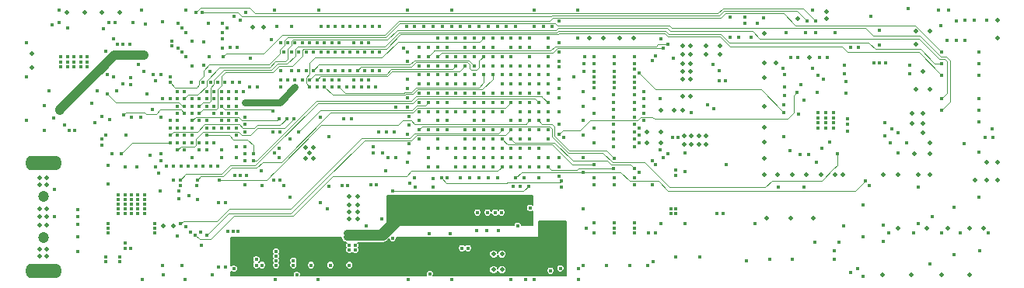
<source format=gbr>
G04 (created by PCBNEW (2013-07-07 BZR 4022)-stable) date 27/11/2015 23:20:48*
%MOIN*%
G04 Gerber Fmt 3.4, Leading zero omitted, Abs format*
%FSLAX34Y34*%
G01*
G70*
G90*
G04 APERTURE LIST*
%ADD10C,0.00590551*%
%ADD11C,0.019685*%
%ADD12C,0.0472441*%
%ADD13O,0.15748X0.0629921*%
%ADD14C,0.015748*%
%ADD15C,0.0314961*%
%ADD16C,0.015748*%
%ADD17C,0.00393701*%
%ADD18C,0.0393701*%
G04 APERTURE END LIST*
G54D10*
G54D11*
X62539Y-59232D03*
X62893Y-59232D03*
X62893Y-58562D03*
X62539Y-58562D03*
X56358Y-56082D03*
X56712Y-56082D03*
X56712Y-56437D03*
X56358Y-56437D03*
X56358Y-56751D03*
X56712Y-56751D03*
X56712Y-57066D03*
X56358Y-57066D03*
X70629Y-52381D03*
X70275Y-52381D03*
X69704Y-52381D03*
X71653Y-53838D03*
X71653Y-53484D03*
X70708Y-53838D03*
X70708Y-53484D03*
X71023Y-53484D03*
X71338Y-53484D03*
X71338Y-53838D03*
X71023Y-53838D03*
X69704Y-53307D03*
X69704Y-53779D03*
X70629Y-51771D03*
X70984Y-51771D03*
X71653Y-49606D03*
X72244Y-49606D03*
X70629Y-49606D03*
X70984Y-49606D03*
X70984Y-50000D03*
X70629Y-50000D03*
X70984Y-50728D03*
X70629Y-50728D03*
X70984Y-51062D03*
X70629Y-51062D03*
X83188Y-55393D03*
X83661Y-55393D03*
X83661Y-54606D03*
X42736Y-50551D03*
X42736Y-49940D03*
X46496Y-48188D03*
X45748Y-48188D03*
X44251Y-48188D03*
X45000Y-48188D03*
X52677Y-48818D03*
X52204Y-48818D03*
X48818Y-57362D03*
X48385Y-57362D03*
X79881Y-57440D03*
X76259Y-57007D03*
X75275Y-57007D03*
X74251Y-57007D03*
X69114Y-53779D03*
X69114Y-53307D03*
X67952Y-49271D03*
X68543Y-49271D03*
X67244Y-49271D03*
X66653Y-49271D03*
X80472Y-52952D03*
X80472Y-52519D03*
X76062Y-50118D03*
X74645Y-50354D03*
X84133Y-54606D03*
X84133Y-55393D03*
X84133Y-49291D03*
X84133Y-48503D03*
X76811Y-48149D03*
X80629Y-48996D03*
X80629Y-49566D03*
X80944Y-52952D03*
X80944Y-53346D03*
X81259Y-48996D03*
X80944Y-50708D03*
X80629Y-51496D03*
X81259Y-51496D03*
X80944Y-52519D03*
X81259Y-53779D03*
X80590Y-54251D03*
X81259Y-54251D03*
X79251Y-55157D03*
X79881Y-55157D03*
X76811Y-48464D03*
X75590Y-48464D03*
X74133Y-49094D03*
X74133Y-50354D03*
X74133Y-54448D03*
X43070Y-58346D03*
X43385Y-58346D03*
X43385Y-58661D03*
X43070Y-58661D03*
X43385Y-57322D03*
X43070Y-57322D03*
X43070Y-56614D03*
X43385Y-56614D03*
X43385Y-56968D03*
X43070Y-56968D03*
X43070Y-55590D03*
X43385Y-55590D03*
X43385Y-55275D03*
X43070Y-55275D03*
X81102Y-57440D03*
X82007Y-57440D03*
X82952Y-57440D03*
X83543Y-57440D03*
X82952Y-59448D03*
X81732Y-59448D03*
X79212Y-59448D03*
X80433Y-59448D03*
X72244Y-50000D03*
X71653Y-50000D03*
X70629Y-50393D03*
X70984Y-50393D03*
X80748Y-55157D03*
X81259Y-55157D03*
X74133Y-50984D03*
X74133Y-52224D03*
X74133Y-53110D03*
X74133Y-53740D03*
X77500Y-55157D03*
X77165Y-55157D03*
X76574Y-55157D03*
X75354Y-55157D03*
X75944Y-55157D03*
X74724Y-55157D03*
X54468Y-54448D03*
X54468Y-53976D03*
X54822Y-53976D03*
X54822Y-54448D03*
X54645Y-54212D03*
G54D12*
X43228Y-56082D03*
G54D13*
X43228Y-54665D03*
X43228Y-59271D03*
G54D12*
X43228Y-57854D03*
G54D11*
X74133Y-55157D03*
G54D14*
X67716Y-51181D03*
X66850Y-51181D03*
X68582Y-51181D03*
X70354Y-55196D03*
X70354Y-54960D03*
X57283Y-55570D03*
X57519Y-55570D03*
X53149Y-54212D03*
X55757Y-50679D03*
X55757Y-49891D03*
X55472Y-53503D03*
X55600Y-51387D03*
X57017Y-50679D03*
X53238Y-48789D03*
X54970Y-51387D03*
X54025Y-51387D03*
X57017Y-49891D03*
X55127Y-48789D03*
X56230Y-51387D03*
X55757Y-48789D03*
X56860Y-51387D03*
X57017Y-48789D03*
X57490Y-51387D03*
X57647Y-48789D03*
X56387Y-48789D03*
X59744Y-50472D03*
X51870Y-52047D03*
X59744Y-52440D03*
X59744Y-53228D03*
X50708Y-51200D03*
X59744Y-51259D03*
X65059Y-48799D03*
X62500Y-49685D03*
X63681Y-49685D03*
X60137Y-49685D03*
X61318Y-49685D03*
X59153Y-48799D03*
X75000Y-51397D03*
X76614Y-54015D03*
X55098Y-56358D03*
X55393Y-56633D03*
X51141Y-57598D03*
X51377Y-57598D03*
X63366Y-55649D03*
X65354Y-55216D03*
X51543Y-49692D03*
X52598Y-55629D03*
X51574Y-57598D03*
X60137Y-54015D03*
X62893Y-54409D03*
X63681Y-54015D03*
X59153Y-55295D03*
X64468Y-50472D03*
X53818Y-53622D03*
X45748Y-52657D03*
X64468Y-52440D03*
X61712Y-54409D03*
X49035Y-56200D03*
X49606Y-49409D03*
X49606Y-50492D03*
X64468Y-51259D03*
X64468Y-53228D03*
X76417Y-51633D03*
X75610Y-52559D03*
X61811Y-57559D03*
X70354Y-56830D03*
X56358Y-58385D03*
X56594Y-58385D03*
X56594Y-58188D03*
X56358Y-58188D03*
X71988Y-52303D03*
X83326Y-54173D03*
X71712Y-52165D03*
X72460Y-51122D03*
X72224Y-51122D03*
X70354Y-56614D03*
X70157Y-56614D03*
X70157Y-56830D03*
X64980Y-57637D03*
X51397Y-58149D03*
X65196Y-57637D03*
X75905Y-49055D03*
X76338Y-49055D03*
X51397Y-57933D03*
X64980Y-57421D03*
X64685Y-57283D03*
X51397Y-58366D03*
X44153Y-53031D03*
X44350Y-53248D03*
X46968Y-58307D03*
X44566Y-53248D03*
X46751Y-58307D03*
X46751Y-58070D03*
X56240Y-57637D03*
X56240Y-57834D03*
X64094Y-56830D03*
X64094Y-57066D03*
X48346Y-51889D03*
X44724Y-56653D03*
X44724Y-57283D03*
X48661Y-51889D03*
X58937Y-55511D03*
X49133Y-54783D03*
X50905Y-49311D03*
X50236Y-54094D03*
X72677Y-49251D03*
X51692Y-48503D03*
X50866Y-54409D03*
X73031Y-49251D03*
X51417Y-48346D03*
X50551Y-53779D03*
X73582Y-49251D03*
X51909Y-48169D03*
X51496Y-54409D03*
X60137Y-52047D03*
X57618Y-53307D03*
X60531Y-52047D03*
X57952Y-53307D03*
X60531Y-52440D03*
X58287Y-53307D03*
X49291Y-52204D03*
X45984Y-51673D03*
X45748Y-53877D03*
X44724Y-58464D03*
X45748Y-53622D03*
X44724Y-57834D03*
X75000Y-51751D03*
X75708Y-51279D03*
X76043Y-54271D03*
X81259Y-58976D03*
X81968Y-49370D03*
X61181Y-58307D03*
X61318Y-53622D03*
X61437Y-58307D03*
X82263Y-58582D03*
X82362Y-49370D03*
X61712Y-53622D03*
X75846Y-55669D03*
X62696Y-55295D03*
X76299Y-58051D03*
X62106Y-54409D03*
X60137Y-54803D03*
X67381Y-59055D03*
X69389Y-58877D03*
X60925Y-54015D03*
X69724Y-57244D03*
X60531Y-55295D03*
X70334Y-58700D03*
X60925Y-54803D03*
X71377Y-58700D03*
X61122Y-55295D03*
X61318Y-54803D03*
X72125Y-56830D03*
X61515Y-55295D03*
X72381Y-56830D03*
X74744Y-55669D03*
X62106Y-54803D03*
X79251Y-57322D03*
X62500Y-54015D03*
X80551Y-57637D03*
X61318Y-53228D03*
X81358Y-56948D03*
X62500Y-53622D03*
X81751Y-57637D03*
X62106Y-53622D03*
X62500Y-53228D03*
X82263Y-56535D03*
X83346Y-56102D03*
X62106Y-53228D03*
X61712Y-53228D03*
X82559Y-57637D03*
X78366Y-57834D03*
X62500Y-54803D03*
X62106Y-54015D03*
X79468Y-57637D03*
X62500Y-54409D03*
X77559Y-57362D03*
X77342Y-58051D03*
X61318Y-54015D03*
X74370Y-58779D03*
X61909Y-55295D03*
X73385Y-58858D03*
X61712Y-54803D03*
X69192Y-57637D03*
X60688Y-57677D03*
X61318Y-54409D03*
X75354Y-58779D03*
X62303Y-55295D03*
X64094Y-56574D03*
X63287Y-54409D03*
X66515Y-57440D03*
X63681Y-50866D03*
X60531Y-52834D03*
X63287Y-51259D03*
X63681Y-50472D03*
X60137Y-53622D03*
X54025Y-51072D03*
X61318Y-51259D03*
X54183Y-49891D03*
X62303Y-48799D03*
X63090Y-48799D03*
X54025Y-49498D03*
X53405Y-50679D03*
X60137Y-49291D03*
X59940Y-48799D03*
X53001Y-49340D03*
X61712Y-50866D03*
X54183Y-50679D03*
X53710Y-49498D03*
X61515Y-48799D03*
X53710Y-51072D03*
X64074Y-50078D03*
X53868Y-49891D03*
X61909Y-48799D03*
X53868Y-50679D03*
X61712Y-51259D03*
X59547Y-48799D03*
X53395Y-49498D03*
X59744Y-49685D03*
X53395Y-51072D03*
X61122Y-48799D03*
X53553Y-49891D03*
X63484Y-48799D03*
X54340Y-49498D03*
X64271Y-48799D03*
X54498Y-49891D03*
X64665Y-48799D03*
X54655Y-49498D03*
X54655Y-51072D03*
X60925Y-50472D03*
X61318Y-50472D03*
X54970Y-51072D03*
X55600Y-51072D03*
X62893Y-50472D03*
X62893Y-49291D03*
X55600Y-49498D03*
X56702Y-50679D03*
X62106Y-50078D03*
X56702Y-49891D03*
X60531Y-49291D03*
X56702Y-48789D03*
X60728Y-48799D03*
X61712Y-50078D03*
X56545Y-51387D03*
X60334Y-48799D03*
X57332Y-48789D03*
X62106Y-49685D03*
X57175Y-51387D03*
X63287Y-50078D03*
X55442Y-50679D03*
X55442Y-49891D03*
X62500Y-49291D03*
X63287Y-49291D03*
X55442Y-48789D03*
X62500Y-50866D03*
X55285Y-51387D03*
X56072Y-48789D03*
X64074Y-49291D03*
X62106Y-50866D03*
X55915Y-51387D03*
X60925Y-49291D03*
X56860Y-51072D03*
X61318Y-49291D03*
X56860Y-49498D03*
X56072Y-49891D03*
X64074Y-49685D03*
X62500Y-50472D03*
X56072Y-50679D03*
X62106Y-49291D03*
X54655Y-51387D03*
X57332Y-49891D03*
X62106Y-50472D03*
X62696Y-48799D03*
X57332Y-50679D03*
X60925Y-50866D03*
X54498Y-50679D03*
X61318Y-50866D03*
X54340Y-51072D03*
X61712Y-50472D03*
X54812Y-50679D03*
X61712Y-49291D03*
X54812Y-49891D03*
X66377Y-54409D03*
X63287Y-54015D03*
X65354Y-51062D03*
X67677Y-52047D03*
X66850Y-51889D03*
X64862Y-50866D03*
X66377Y-51574D03*
X64074Y-50866D03*
X67677Y-52677D03*
X65354Y-51850D03*
X65354Y-49881D03*
X68976Y-51574D03*
X65354Y-51456D03*
X66377Y-52204D03*
X67677Y-52362D03*
X63681Y-51259D03*
X67677Y-51732D03*
X63287Y-50866D03*
X68582Y-51732D03*
X64862Y-49685D03*
X65354Y-49488D03*
X68976Y-51889D03*
X62893Y-51259D03*
X66850Y-52519D03*
X64862Y-50078D03*
X68582Y-52047D03*
X66850Y-53779D03*
X64074Y-53622D03*
X68582Y-53937D03*
X63287Y-54803D03*
X64862Y-51653D03*
X66377Y-52834D03*
X64862Y-52440D03*
X67677Y-52992D03*
X67677Y-53937D03*
X64074Y-54015D03*
X65354Y-54803D03*
X68779Y-53779D03*
X64862Y-52834D03*
X66377Y-53464D03*
X67677Y-53622D03*
X63681Y-53228D03*
X67677Y-53307D03*
X65354Y-52992D03*
X64468Y-54409D03*
X68582Y-53622D03*
X65354Y-52440D03*
X66850Y-53149D03*
X65354Y-54409D03*
X68779Y-53464D03*
X63287Y-51653D03*
X68976Y-52519D03*
X64468Y-54015D03*
X68779Y-53149D03*
X68582Y-52362D03*
X64862Y-51259D03*
X68582Y-52992D03*
X64862Y-53622D03*
X59350Y-53228D03*
X77263Y-54251D03*
X54192Y-53307D03*
X59744Y-52047D03*
X79340Y-50364D03*
X63681Y-54803D03*
X79251Y-58011D03*
X49094Y-55374D03*
X64468Y-52047D03*
X52244Y-54566D03*
X64862Y-52047D03*
X64862Y-54803D03*
X67677Y-54881D03*
X63287Y-52047D03*
X49842Y-55374D03*
X50777Y-55393D03*
X64074Y-52834D03*
X63287Y-53622D03*
X68582Y-54881D03*
X78464Y-55433D03*
X78828Y-50364D03*
X66377Y-55039D03*
X63484Y-55295D03*
X79084Y-50364D03*
X78641Y-55610D03*
X66850Y-54724D03*
X62893Y-53622D03*
X49606Y-53464D03*
X53385Y-53307D03*
X51496Y-52204D03*
X59350Y-51259D03*
X51496Y-52519D03*
X59350Y-51653D03*
X51496Y-53149D03*
X58858Y-51850D03*
X60137Y-51653D03*
X51181Y-53149D03*
X50866Y-53149D03*
X59350Y-52440D03*
X51181Y-52519D03*
X60137Y-52834D03*
X50866Y-52519D03*
X59350Y-53622D03*
X50551Y-52519D03*
X58858Y-54606D03*
X50236Y-53149D03*
X59350Y-52834D03*
X51496Y-52834D03*
X59744Y-51653D03*
X53090Y-52421D03*
X60531Y-51653D03*
X50866Y-52204D03*
X50551Y-53149D03*
X58897Y-52637D03*
X50866Y-52834D03*
X58897Y-54212D03*
X49448Y-54783D03*
X49291Y-53779D03*
X51889Y-55590D03*
X50236Y-51574D03*
X58858Y-49881D03*
X50236Y-51889D03*
X58681Y-49724D03*
X51338Y-51200D03*
X60531Y-50472D03*
X51811Y-51574D03*
X59350Y-50866D03*
X60137Y-50866D03*
X51496Y-51574D03*
X51496Y-51889D03*
X60531Y-50866D03*
X51181Y-52204D03*
X58858Y-51456D03*
X50551Y-52204D03*
X60925Y-52440D03*
X49921Y-52834D03*
X58897Y-53031D03*
X60531Y-50078D03*
X50551Y-51574D03*
X50551Y-51889D03*
X60925Y-51259D03*
X60925Y-51653D03*
X50236Y-52204D03*
X59350Y-50078D03*
X50866Y-51574D03*
X60531Y-51259D03*
X50866Y-51889D03*
X58858Y-50275D03*
X51181Y-51574D03*
X51181Y-51889D03*
X58858Y-51062D03*
X64074Y-54803D03*
X51948Y-55177D03*
X63838Y-55295D03*
X51692Y-55177D03*
X50866Y-54094D03*
X63681Y-53622D03*
X57381Y-54232D03*
X58208Y-55866D03*
X64035Y-55649D03*
X51437Y-55177D03*
X62598Y-56771D03*
X49763Y-54783D03*
X49606Y-54409D03*
X49606Y-53779D03*
X51181Y-52834D03*
X58897Y-53818D03*
X50354Y-50098D03*
X63287Y-53228D03*
X50255Y-57736D03*
X50905Y-49035D03*
X49291Y-54094D03*
X62893Y-53228D03*
X48996Y-49704D03*
X48996Y-48641D03*
X49291Y-53149D03*
X49114Y-57263D03*
X49744Y-57736D03*
X49291Y-53464D03*
X49173Y-49901D03*
X49173Y-48838D03*
X62893Y-54803D03*
X49291Y-51574D03*
X49921Y-53779D03*
X50078Y-54783D03*
X49822Y-55629D03*
X49094Y-55629D03*
X48818Y-54783D03*
X48326Y-48582D03*
X48740Y-49606D03*
X48740Y-49409D03*
X51023Y-51200D03*
X50078Y-51200D03*
X48976Y-51574D03*
X46003Y-54763D03*
X51870Y-53307D03*
X51870Y-52677D03*
X50708Y-54783D03*
X49921Y-51889D03*
X48976Y-53779D03*
X62874Y-56771D03*
X62283Y-56771D03*
X61850Y-56771D03*
X67716Y-50393D03*
X66850Y-57224D03*
X67716Y-57224D03*
X67716Y-57440D03*
X68582Y-57440D03*
X68582Y-57224D03*
X66377Y-56614D03*
X68582Y-55590D03*
X68582Y-57657D03*
X67716Y-57657D03*
X66850Y-57657D03*
X66850Y-50078D03*
X67716Y-55590D03*
X68582Y-55275D03*
X67716Y-55275D03*
X68582Y-51417D03*
X67716Y-51417D03*
X66850Y-51417D03*
X67716Y-50708D03*
X67716Y-50944D03*
X68582Y-50944D03*
X66850Y-50944D03*
X68582Y-50629D03*
X66850Y-50708D03*
X68582Y-50078D03*
X67716Y-50078D03*
X66850Y-55275D03*
X68582Y-50393D03*
X66850Y-50393D03*
X66850Y-55590D03*
X62755Y-57559D03*
X62244Y-57559D03*
X63267Y-59645D03*
X63897Y-59645D03*
X55472Y-55649D03*
X56043Y-55610D03*
X56279Y-55610D03*
X57086Y-57342D03*
X58208Y-57874D03*
X57755Y-57066D03*
X55531Y-59035D03*
X56358Y-59035D03*
X54704Y-59035D03*
X72500Y-54724D03*
X71023Y-52480D03*
X70728Y-54212D03*
X70748Y-55019D03*
X69685Y-51889D03*
X72224Y-50688D03*
X71929Y-50433D03*
X70255Y-50137D03*
X59744Y-50866D03*
X66161Y-59645D03*
X66161Y-59173D03*
X47066Y-48602D03*
X75000Y-50846D03*
X75846Y-51968D03*
X76377Y-54625D03*
X60137Y-53228D03*
X75688Y-54271D03*
X80314Y-48031D03*
X74114Y-48425D03*
X64468Y-51653D03*
X66141Y-49271D03*
X66456Y-50078D03*
X66417Y-50393D03*
X56437Y-52736D03*
X63287Y-50472D03*
X59744Y-54803D03*
X59940Y-55334D03*
X61712Y-52834D03*
X57775Y-54232D03*
X58011Y-54409D03*
X58326Y-54409D03*
X49330Y-48070D03*
X49566Y-51200D03*
X49606Y-53149D03*
X64468Y-55275D03*
X76761Y-52923D03*
X77096Y-52923D03*
X76427Y-52923D03*
X76427Y-53139D03*
X77096Y-53139D03*
X76761Y-53139D03*
X76761Y-52470D03*
X77096Y-52470D03*
X76427Y-52470D03*
X76427Y-52706D03*
X77096Y-52706D03*
X76761Y-52706D03*
X83661Y-48503D03*
X82716Y-53818D03*
X83326Y-52874D03*
X83326Y-52381D03*
X83917Y-53188D03*
X76220Y-48070D03*
X82027Y-48070D03*
X81594Y-48070D03*
X78700Y-48366D03*
X74990Y-52135D03*
X74950Y-50580D03*
X76210Y-50580D03*
X75246Y-54124D03*
X76958Y-53750D03*
X75580Y-50103D03*
X75265Y-50103D03*
X76525Y-50103D03*
X76840Y-50103D03*
X76663Y-51053D03*
X75068Y-49064D03*
X77175Y-49064D03*
X76427Y-50895D03*
X77627Y-51643D03*
X77627Y-51151D03*
X77568Y-50462D03*
X77568Y-50816D03*
X77844Y-49675D03*
X78179Y-49675D03*
X79084Y-49576D03*
X79084Y-48946D03*
X79616Y-53198D03*
X79301Y-52903D03*
X79301Y-53474D03*
X79891Y-53356D03*
X80246Y-53789D03*
X79537Y-53789D03*
X79891Y-54202D03*
X80364Y-50462D03*
X80364Y-50816D03*
X62893Y-54015D03*
X43700Y-56968D03*
X51397Y-59192D03*
X63681Y-55649D03*
X70748Y-57244D03*
X69133Y-59055D03*
X68366Y-59055D03*
X69724Y-49311D03*
X43700Y-55787D03*
X44724Y-56968D03*
X73307Y-48385D03*
X48385Y-59448D03*
X47460Y-59645D03*
X49311Y-59645D03*
X54094Y-59448D03*
X53169Y-59645D03*
X55019Y-59645D03*
X59803Y-59429D03*
X58877Y-59645D03*
X60728Y-59645D03*
X64291Y-59645D03*
X65433Y-55688D03*
X65964Y-50964D03*
X66141Y-48070D03*
X64271Y-48070D03*
X60748Y-48070D03*
X58858Y-48070D03*
X55039Y-48070D03*
X53149Y-48070D03*
X47440Y-48070D03*
X42500Y-52834D03*
X42500Y-50944D03*
X42500Y-49488D03*
X43897Y-48070D03*
X64980Y-59271D03*
X70433Y-53543D03*
X70216Y-53543D03*
X69350Y-55590D03*
X64468Y-54803D03*
X63681Y-52440D03*
X65354Y-50511D03*
X60137Y-51259D03*
X59350Y-49685D03*
X64074Y-53228D03*
X62106Y-51653D03*
X61712Y-51653D03*
X62500Y-50078D03*
X50905Y-48641D03*
X73759Y-57244D03*
X80748Y-55669D03*
X80748Y-57244D03*
X44842Y-50098D03*
X44842Y-50531D03*
X44842Y-50314D03*
X44271Y-50098D03*
X44271Y-50531D03*
X44271Y-50314D03*
X44547Y-50098D03*
X44547Y-50531D03*
X44547Y-50314D03*
X45118Y-50098D03*
X45118Y-50531D03*
X45118Y-50314D03*
X43976Y-50314D03*
X43976Y-50531D03*
X43976Y-50098D03*
X53208Y-58444D03*
X49330Y-57401D03*
X49547Y-57618D03*
X48011Y-57657D03*
X48011Y-57460D03*
X48976Y-57795D03*
X48011Y-57263D03*
X47283Y-56023D03*
X47283Y-56830D03*
X47283Y-56417D03*
X47283Y-56220D03*
X47283Y-56633D03*
X46732Y-56023D03*
X46732Y-56830D03*
X46732Y-56417D03*
X46732Y-56220D03*
X46732Y-56633D03*
X47578Y-56633D03*
X47578Y-56220D03*
X47578Y-56417D03*
X47578Y-56830D03*
X47578Y-56023D03*
X47007Y-56023D03*
X47007Y-56830D03*
X47007Y-56417D03*
X47007Y-56220D03*
X47007Y-56633D03*
X46437Y-56633D03*
X46437Y-56220D03*
X46437Y-56417D03*
X46437Y-56830D03*
X46437Y-56023D03*
X77145Y-58779D03*
X77145Y-58425D03*
X78366Y-56456D03*
X83366Y-58425D03*
X60137Y-50472D03*
X61712Y-54015D03*
X63681Y-54409D03*
X83759Y-57657D03*
X50314Y-48641D03*
X58858Y-53425D03*
X62893Y-50866D03*
X64862Y-50472D03*
X55127Y-49891D03*
X56545Y-51072D03*
X55915Y-49498D03*
X56387Y-49891D03*
X46299Y-48602D03*
X51043Y-59133D03*
X50728Y-59133D03*
X52362Y-58779D03*
X53208Y-59035D03*
X53956Y-58838D03*
X53956Y-59035D03*
X53208Y-58838D03*
X53208Y-58641D03*
X58858Y-52244D03*
X51496Y-53464D03*
X50374Y-50708D03*
X51870Y-54566D03*
X46181Y-54251D03*
X46062Y-52795D03*
X64862Y-53228D03*
X64074Y-52440D03*
X55098Y-52696D03*
X56102Y-52736D03*
X53110Y-55393D03*
X53543Y-55629D03*
X53818Y-56102D03*
X51043Y-56338D03*
X50728Y-56338D03*
X59350Y-52047D03*
X65334Y-48562D03*
X61318Y-51653D03*
X64074Y-50472D03*
X46377Y-51555D03*
X47539Y-50728D03*
X46259Y-50944D03*
X58799Y-48789D03*
X55285Y-49498D03*
X56387Y-50679D03*
X55127Y-50679D03*
X55285Y-51072D03*
X55915Y-51072D03*
X57175Y-51072D03*
X57175Y-49498D03*
X57647Y-50679D03*
X57647Y-49891D03*
X53868Y-48789D03*
X56545Y-49498D03*
X53395Y-51387D03*
X59350Y-50472D03*
X60531Y-49685D03*
X63287Y-49685D03*
X63681Y-49291D03*
X60137Y-52440D03*
X60531Y-54015D03*
X60531Y-53228D03*
X62106Y-52834D03*
X62500Y-52047D03*
X62106Y-52047D03*
X61712Y-52047D03*
X61318Y-52047D03*
X49842Y-56220D03*
X48661Y-50944D03*
X47618Y-48700D03*
X51653Y-51200D03*
X51870Y-53937D03*
X51870Y-52992D03*
X49606Y-52519D03*
X48051Y-51102D03*
X47677Y-51673D03*
X45433Y-52933D03*
X48976Y-52204D03*
X47007Y-52677D03*
X48031Y-54822D03*
X47401Y-52677D03*
X48503Y-54783D03*
X48169Y-55098D03*
X48818Y-55393D03*
X50393Y-54783D03*
X51496Y-53937D03*
X52086Y-51397D03*
X52401Y-51397D03*
X49960Y-57618D03*
X47952Y-50866D03*
X48267Y-50866D03*
X46043Y-48602D03*
X45807Y-48897D03*
X43681Y-52716D03*
X43267Y-53248D03*
X43267Y-52185D03*
X45551Y-51535D03*
X45295Y-52086D03*
X47795Y-54330D03*
X48287Y-54566D03*
X45984Y-50866D03*
X46633Y-51259D03*
X47303Y-50413D03*
X46791Y-53444D03*
X45925Y-53444D03*
X50098Y-49468D03*
X50098Y-50452D03*
X50905Y-49704D03*
X53090Y-53307D03*
X48976Y-51889D03*
X48976Y-52519D03*
X49921Y-54094D03*
X51870Y-54251D03*
X50393Y-51200D03*
X64862Y-49291D03*
X43917Y-48602D03*
X49468Y-56062D03*
X49035Y-55866D03*
X48346Y-59055D03*
X49173Y-59055D03*
X64074Y-51259D03*
X61318Y-50078D03*
X69488Y-54724D03*
X61712Y-49685D03*
X69488Y-50039D03*
X69330Y-50236D03*
X69330Y-54566D03*
X64468Y-50866D03*
X69822Y-54409D03*
X69822Y-49724D03*
X60137Y-50078D03*
X70019Y-54251D03*
X70019Y-49547D03*
X59744Y-50078D03*
X78149Y-59173D03*
X59744Y-54409D03*
X66377Y-59055D03*
X76338Y-48543D03*
X77706Y-53001D03*
X49783Y-48169D03*
X49606Y-52204D03*
X77854Y-59350D03*
X59744Y-54015D03*
X65393Y-59173D03*
X75984Y-48543D03*
X77706Y-53277D03*
X50039Y-48169D03*
X49606Y-51889D03*
X62500Y-51653D03*
X82755Y-49370D03*
X65354Y-50275D03*
X68976Y-52204D03*
X64862Y-54409D03*
X68582Y-53307D03*
X48661Y-53779D03*
X46574Y-54251D03*
X49606Y-52834D03*
X53346Y-52755D03*
X53661Y-52755D03*
X48661Y-53464D03*
X52578Y-54980D03*
X48976Y-53464D03*
X50236Y-53464D03*
X52244Y-54251D03*
X73307Y-48661D03*
X49350Y-49035D03*
X51102Y-48838D03*
X49291Y-52519D03*
X46673Y-52578D03*
X72677Y-48385D03*
X73858Y-48661D03*
X51259Y-49685D03*
X49350Y-50098D03*
X53385Y-55393D03*
X59173Y-55688D03*
X52125Y-50137D03*
X47539Y-50019D03*
X43937Y-52401D03*
X53976Y-52755D03*
X48976Y-54094D03*
X48287Y-52677D03*
X48661Y-53149D03*
X48287Y-54251D03*
X47893Y-52362D03*
X48661Y-52834D03*
X82755Y-48503D03*
X82362Y-48543D03*
X81712Y-48740D03*
X53346Y-54015D03*
X53346Y-54409D03*
X43484Y-51535D03*
X44291Y-48858D03*
X45925Y-49842D03*
X46023Y-55551D03*
X47244Y-54803D03*
X46751Y-54803D03*
X48248Y-55866D03*
X46023Y-57263D03*
X46023Y-57657D03*
X46023Y-57460D03*
X50000Y-58188D03*
X45905Y-58700D03*
X52362Y-59035D03*
X52598Y-59035D03*
X46496Y-58700D03*
X45905Y-58897D03*
X46496Y-58897D03*
X83149Y-48503D03*
X75531Y-51633D03*
X65354Y-53425D03*
X46968Y-50984D03*
X48976Y-52834D03*
X48976Y-53149D03*
X46968Y-51299D03*
X67716Y-54468D03*
X64468Y-52834D03*
X74990Y-52490D03*
X68779Y-50787D03*
X59940Y-55688D03*
X59763Y-57677D03*
X69468Y-57637D03*
X69665Y-54094D03*
X78385Y-59527D03*
X77706Y-52746D03*
X50236Y-53779D03*
X50472Y-59448D03*
X83326Y-50885D03*
X83937Y-53562D03*
X64074Y-52047D03*
X81751Y-49881D03*
X50944Y-50098D03*
X50236Y-52834D03*
X83326Y-51889D03*
X83602Y-53562D03*
X63681Y-52047D03*
X81751Y-50885D03*
X49921Y-52519D03*
X64074Y-51653D03*
X83326Y-49881D03*
X81751Y-51870D03*
X49291Y-51889D03*
X83326Y-50374D03*
X63681Y-51653D03*
X81751Y-50374D03*
X49921Y-52204D03*
X48661Y-51200D03*
X81751Y-52381D03*
X68582Y-52677D03*
X63681Y-52834D03*
X63287Y-52834D03*
X68976Y-52834D03*
X74990Y-53513D03*
X68779Y-55039D03*
X65433Y-55433D03*
X60295Y-55295D03*
X65551Y-53543D03*
X58326Y-52244D03*
X57893Y-54980D03*
X62893Y-52440D03*
X62500Y-52440D03*
X62106Y-52440D03*
X61712Y-52440D03*
X61318Y-52440D03*
X62893Y-52047D03*
X62893Y-51653D03*
X46948Y-49566D03*
X46653Y-49566D03*
X46417Y-49566D03*
X46259Y-49311D03*
X43602Y-48720D03*
X63562Y-57342D03*
X66397Y-50708D03*
X60925Y-54409D03*
X57381Y-53956D03*
X62893Y-50078D03*
X60925Y-50078D03*
X54970Y-49498D03*
G54D15*
X54025Y-51387D02*
X53366Y-52047D01*
X53366Y-52047D02*
X51870Y-52047D01*
G54D16*
X56712Y-58622D02*
X58641Y-58622D01*
X58641Y-58622D02*
X59251Y-58011D01*
X64606Y-58011D02*
X59251Y-58011D01*
X64606Y-58011D02*
X64980Y-57637D01*
X52814Y-58149D02*
X53425Y-58149D01*
X51397Y-58149D02*
X52814Y-58149D01*
X53425Y-58149D02*
X53897Y-58622D01*
X53897Y-58622D02*
X56712Y-58622D01*
X64094Y-56830D02*
X63661Y-56830D01*
X59153Y-56318D02*
X58897Y-56574D01*
X63149Y-56318D02*
X59153Y-56318D01*
X63661Y-56830D02*
X63149Y-56318D01*
G54D15*
X56240Y-57637D02*
X57677Y-57637D01*
X57677Y-57637D02*
X58740Y-56574D01*
X58740Y-56574D02*
X58897Y-56574D01*
X56240Y-57834D02*
X57795Y-57834D01*
X57795Y-57834D02*
X58897Y-56732D01*
X58897Y-56732D02*
X58897Y-56574D01*
G54D16*
X58877Y-56574D02*
X58897Y-56574D01*
G54D17*
X49291Y-52204D02*
X49212Y-52204D01*
X49212Y-52204D02*
X49055Y-52047D01*
X46358Y-52047D02*
X45984Y-51673D01*
X49055Y-52047D02*
X46358Y-52047D01*
X60925Y-50472D02*
X60787Y-50610D01*
X54891Y-50836D02*
X54655Y-51072D01*
X57933Y-50836D02*
X54891Y-50836D01*
X58149Y-50620D02*
X57933Y-50836D01*
X60777Y-50620D02*
X58149Y-50620D01*
X60787Y-50610D02*
X60777Y-50620D01*
X61318Y-50472D02*
X61082Y-50708D01*
X55118Y-50925D02*
X54970Y-51072D01*
X57972Y-50925D02*
X55118Y-50925D01*
X58188Y-50708D02*
X57972Y-50925D01*
X61082Y-50708D02*
X58188Y-50708D01*
X55600Y-51072D02*
X55580Y-51072D01*
X56702Y-50679D02*
X56850Y-50531D01*
X61919Y-50265D02*
X62106Y-50078D01*
X61919Y-50551D02*
X61919Y-50265D01*
X61820Y-50649D02*
X61919Y-50551D01*
X61584Y-50649D02*
X61820Y-50649D01*
X61515Y-50580D02*
X61584Y-50649D01*
X61515Y-50423D02*
X61515Y-50580D01*
X61417Y-50324D02*
X61515Y-50423D01*
X59222Y-50324D02*
X61417Y-50324D01*
X59025Y-50521D02*
X59222Y-50324D01*
X56860Y-50521D02*
X59025Y-50521D01*
X56850Y-50531D02*
X56860Y-50521D01*
X62500Y-51053D02*
X62500Y-50866D01*
X62057Y-51496D02*
X62500Y-51053D01*
X59281Y-51496D02*
X62057Y-51496D01*
X59084Y-51692D02*
X59281Y-51496D01*
X58769Y-51692D02*
X59084Y-51692D01*
X55285Y-51387D02*
X55629Y-51732D01*
X58730Y-51732D02*
X58769Y-51692D01*
X55629Y-51732D02*
X58730Y-51732D01*
X62106Y-51200D02*
X62106Y-50866D01*
X61899Y-51407D02*
X62106Y-51200D01*
X59212Y-51407D02*
X61899Y-51407D01*
X59015Y-51604D02*
X59212Y-51407D01*
X58730Y-51604D02*
X59015Y-51604D01*
X55915Y-51387D02*
X56171Y-51643D01*
X58690Y-51643D02*
X58730Y-51604D01*
X56171Y-51643D02*
X58690Y-51643D01*
X62106Y-49291D02*
X61948Y-49448D01*
X57755Y-50127D02*
X54891Y-50127D01*
X58435Y-49448D02*
X57755Y-50127D01*
X61948Y-49448D02*
X58435Y-49448D01*
X54655Y-50364D02*
X54891Y-50127D01*
X54655Y-50826D02*
X54655Y-50364D01*
X54655Y-51387D02*
X54498Y-51230D01*
X54498Y-50984D02*
X54655Y-50826D01*
X54498Y-51230D02*
X54498Y-50984D01*
X61712Y-50472D02*
X61476Y-50236D01*
X61476Y-50236D02*
X59143Y-50236D01*
X59143Y-50236D02*
X58946Y-50433D01*
X58946Y-50433D02*
X55059Y-50433D01*
X55059Y-50433D02*
X54812Y-50679D01*
X77263Y-54251D02*
X77263Y-54763D01*
X59488Y-53090D02*
X59507Y-53070D01*
X59507Y-53070D02*
X64940Y-53070D01*
X64940Y-53070D02*
X65039Y-53169D01*
X65039Y-53169D02*
X65039Y-53523D01*
X65039Y-53523D02*
X65728Y-54212D01*
X65728Y-54212D02*
X67224Y-54212D01*
X67224Y-54212D02*
X67637Y-54625D01*
X67637Y-54625D02*
X69015Y-54625D01*
X69015Y-54625D02*
X70078Y-55688D01*
X70078Y-55688D02*
X74192Y-55688D01*
X74192Y-55688D02*
X74468Y-55413D01*
X74468Y-55413D02*
X76614Y-55413D01*
X76614Y-55413D02*
X77125Y-54901D01*
X59350Y-53228D02*
X59488Y-53090D01*
X77263Y-54763D02*
X77125Y-54901D01*
X59744Y-52047D02*
X59596Y-52194D01*
X55098Y-52401D02*
X54192Y-53307D01*
X59035Y-52401D02*
X55098Y-52401D01*
X59242Y-52194D02*
X59035Y-52401D01*
X59596Y-52194D02*
X59242Y-52194D01*
X50196Y-55118D02*
X50885Y-55118D01*
X51240Y-54763D02*
X52322Y-54763D01*
X50885Y-55118D02*
X51240Y-54763D01*
X59488Y-51889D02*
X59271Y-51889D01*
X59074Y-52086D02*
X55000Y-52086D01*
X59271Y-51889D02*
X59074Y-52086D01*
X52322Y-54763D02*
X53021Y-54064D01*
X53021Y-54064D02*
X55000Y-52086D01*
X49094Y-55374D02*
X49350Y-55118D01*
X49350Y-55118D02*
X50196Y-55118D01*
X64153Y-51889D02*
X64311Y-51889D01*
X64311Y-51889D02*
X64468Y-52047D01*
X59488Y-51889D02*
X64153Y-51889D01*
X55216Y-51998D02*
X54950Y-51998D01*
X52381Y-54566D02*
X52244Y-54566D01*
X54950Y-51998D02*
X52381Y-54566D01*
X59005Y-51998D02*
X55216Y-51998D01*
X59202Y-51801D02*
X59005Y-51998D01*
X64862Y-52047D02*
X64625Y-51811D01*
X64616Y-51801D02*
X59202Y-51801D01*
X64625Y-51811D02*
X64616Y-51801D01*
X64862Y-54803D02*
X65000Y-54940D01*
X66181Y-54881D02*
X67677Y-54881D01*
X66112Y-54950D02*
X66181Y-54881D01*
X65009Y-54950D02*
X66112Y-54950D01*
X65000Y-54940D02*
X65009Y-54950D01*
X50629Y-55226D02*
X50935Y-55226D01*
X52637Y-54606D02*
X53435Y-54606D01*
X52381Y-54862D02*
X52637Y-54606D01*
X51299Y-54862D02*
X52381Y-54862D01*
X50935Y-55226D02*
X51299Y-54862D01*
X62893Y-52293D02*
X63041Y-52293D01*
X59074Y-52490D02*
X55551Y-52490D01*
X55551Y-52490D02*
X53435Y-54606D01*
X62893Y-52293D02*
X59271Y-52293D01*
X59271Y-52293D02*
X59074Y-52490D01*
X63041Y-52293D02*
X63287Y-52047D01*
X49990Y-55226D02*
X50629Y-55226D01*
X49990Y-55226D02*
X49842Y-55374D01*
X53179Y-55009D02*
X52795Y-55393D01*
X50777Y-55393D02*
X52795Y-55393D01*
X64074Y-52834D02*
X63946Y-52962D01*
X55157Y-53031D02*
X53179Y-55009D01*
X53179Y-55009D02*
X52992Y-55196D01*
X58454Y-53031D02*
X55157Y-53031D01*
X58651Y-52834D02*
X58454Y-53031D01*
X59005Y-52834D02*
X58651Y-52834D01*
X59153Y-52982D02*
X59005Y-52834D01*
X63927Y-52982D02*
X59153Y-52982D01*
X63946Y-52962D02*
X63927Y-52982D01*
X63946Y-52962D02*
X63946Y-52962D01*
X63287Y-53622D02*
X63425Y-53759D01*
X65944Y-54566D02*
X66279Y-54566D01*
X65147Y-53769D02*
X65944Y-54566D01*
X63435Y-53769D02*
X65147Y-53769D01*
X63425Y-53759D02*
X63435Y-53769D01*
X68425Y-54724D02*
X68582Y-54881D01*
X67578Y-54724D02*
X68425Y-54724D01*
X67421Y-54566D02*
X67578Y-54724D01*
X66279Y-54566D02*
X67421Y-54566D01*
X78051Y-55846D02*
X78464Y-55433D01*
X77224Y-55846D02*
X78051Y-55846D01*
X66377Y-55039D02*
X67992Y-55039D01*
X70019Y-55846D02*
X77224Y-55846D01*
X69606Y-55433D02*
X70019Y-55846D01*
X68385Y-55433D02*
X69606Y-55433D01*
X67992Y-55039D02*
X68385Y-55433D01*
X66377Y-55039D02*
X63740Y-55039D01*
X63740Y-55039D02*
X63484Y-55295D01*
X62893Y-53622D02*
X63129Y-53858D01*
X65925Y-54724D02*
X66850Y-54724D01*
X65059Y-53858D02*
X65925Y-54724D01*
X63129Y-53858D02*
X65059Y-53858D01*
X63090Y-53818D02*
X62893Y-53622D01*
X66850Y-54724D02*
X66181Y-54724D01*
X51023Y-52362D02*
X53031Y-52362D01*
X53031Y-52362D02*
X53090Y-52421D01*
X50866Y-52204D02*
X51023Y-52362D01*
X58937Y-55866D02*
X63818Y-55866D01*
X63818Y-55866D02*
X64035Y-55649D01*
X58208Y-55866D02*
X58937Y-55866D01*
X55118Y-55551D02*
X56998Y-53671D01*
X51181Y-56811D02*
X53858Y-56811D01*
X53858Y-56811D02*
X55118Y-55551D01*
X63051Y-53464D02*
X59232Y-53464D01*
X59232Y-53464D02*
X59025Y-53671D01*
X59025Y-53671D02*
X56998Y-53671D01*
X63287Y-53228D02*
X63051Y-53464D01*
X51181Y-56811D02*
X50255Y-57736D01*
X55019Y-55452D02*
X56889Y-53582D01*
X51200Y-56633D02*
X53838Y-56633D01*
X53838Y-56633D02*
X55019Y-55452D01*
X49114Y-57263D02*
X49232Y-57145D01*
X50688Y-57145D02*
X51200Y-56633D01*
X49232Y-57145D02*
X50688Y-57145D01*
X62746Y-53375D02*
X59133Y-53375D01*
X62893Y-53228D02*
X62746Y-53375D01*
X58927Y-53582D02*
X56889Y-53582D01*
X59133Y-53375D02*
X58927Y-53582D01*
X57598Y-55216D02*
X55649Y-55216D01*
X55649Y-55216D02*
X55275Y-55590D01*
X51397Y-56929D02*
X53937Y-56929D01*
X49940Y-57933D02*
X49744Y-57736D01*
X50393Y-57933D02*
X49940Y-57933D01*
X51397Y-56929D02*
X50393Y-57933D01*
X53937Y-56929D02*
X55275Y-55590D01*
X58799Y-55216D02*
X59015Y-55000D01*
X62696Y-55000D02*
X59015Y-55000D01*
X62893Y-54803D02*
X62696Y-55000D01*
X58582Y-55216D02*
X57598Y-55216D01*
X58582Y-55216D02*
X58799Y-55216D01*
X69822Y-49724D02*
X69370Y-49724D01*
X65275Y-49724D02*
X69370Y-49724D01*
X60275Y-49940D02*
X60295Y-49921D01*
X60295Y-49921D02*
X65078Y-49921D01*
X65078Y-49921D02*
X65275Y-49724D01*
X60137Y-50078D02*
X60275Y-49940D01*
X65275Y-49635D02*
X69498Y-49635D01*
X69498Y-49635D02*
X69586Y-49547D01*
X69586Y-49547D02*
X70019Y-49547D01*
X65187Y-49635D02*
X65275Y-49635D01*
X64990Y-49832D02*
X65187Y-49635D01*
X59990Y-49832D02*
X64990Y-49832D01*
X59980Y-49842D02*
X59990Y-49832D01*
X59744Y-50078D02*
X59980Y-49842D01*
X49960Y-47992D02*
X52086Y-47992D01*
X52086Y-47992D02*
X52322Y-48228D01*
X52322Y-48228D02*
X64960Y-48228D01*
X64960Y-48228D02*
X64960Y-48228D01*
X64960Y-48228D02*
X72145Y-48228D01*
X72145Y-48228D02*
X72362Y-48011D01*
X72362Y-48011D02*
X75807Y-48011D01*
X75807Y-48011D02*
X76338Y-48543D01*
X49783Y-48169D02*
X49960Y-47992D01*
X72224Y-48307D02*
X72421Y-48110D01*
X72421Y-48110D02*
X75551Y-48110D01*
X75551Y-48110D02*
X75984Y-48543D01*
X50039Y-48169D02*
X51574Y-48169D01*
X65059Y-48307D02*
X72185Y-48307D01*
X65019Y-48346D02*
X65059Y-48307D01*
X51751Y-48346D02*
X65019Y-48346D01*
X51574Y-48169D02*
X51751Y-48346D01*
X72185Y-48307D02*
X72224Y-48307D01*
X48661Y-53779D02*
X47047Y-53779D01*
X47047Y-53779D02*
X46574Y-54251D01*
X49606Y-52834D02*
X49763Y-52677D01*
X51594Y-52677D02*
X51751Y-52834D01*
X49763Y-52677D02*
X51594Y-52677D01*
X51751Y-52834D02*
X53267Y-52834D01*
X53267Y-52834D02*
X53346Y-52755D01*
X48976Y-53307D02*
X49842Y-53307D01*
X49842Y-53307D02*
X50157Y-52992D01*
X53248Y-53031D02*
X52401Y-53031D01*
X52401Y-53031D02*
X52283Y-53149D01*
X52224Y-53149D02*
X51791Y-53149D01*
X52224Y-53149D02*
X52283Y-53149D01*
X51791Y-53149D02*
X51633Y-52992D01*
X51633Y-52992D02*
X50157Y-52992D01*
X53385Y-53031D02*
X53661Y-52755D01*
X53248Y-53031D02*
X53385Y-53031D01*
X48818Y-53307D02*
X48976Y-53307D01*
X48976Y-53307D02*
X49074Y-53307D01*
X48661Y-53464D02*
X48818Y-53307D01*
X50236Y-53464D02*
X51200Y-53464D01*
X52244Y-53897D02*
X52244Y-54251D01*
X51988Y-53641D02*
X52244Y-53897D01*
X51377Y-53641D02*
X51988Y-53641D01*
X51200Y-53464D02*
X51377Y-53641D01*
X49291Y-52519D02*
X49133Y-52362D01*
X46771Y-52480D02*
X46673Y-52578D01*
X47578Y-52480D02*
X46771Y-52480D01*
X47637Y-52539D02*
X47578Y-52480D01*
X48070Y-52539D02*
X47637Y-52539D01*
X48248Y-52362D02*
X48070Y-52539D01*
X49133Y-52362D02*
X48248Y-52362D01*
G54D18*
X47539Y-50019D02*
X46279Y-50019D01*
X46279Y-50019D02*
X46141Y-50157D01*
X43937Y-52401D02*
X43937Y-52362D01*
X43937Y-52362D02*
X46141Y-50157D01*
X45629Y-50669D02*
X46141Y-50157D01*
G54D17*
X49251Y-53937D02*
X49704Y-53937D01*
X49763Y-53622D02*
X50078Y-53307D01*
X49763Y-53877D02*
X49763Y-53622D01*
X49704Y-53937D02*
X49763Y-53877D01*
X53425Y-53149D02*
X52421Y-53149D01*
X51594Y-53307D02*
X50078Y-53307D01*
X51751Y-53464D02*
X51594Y-53307D01*
X52106Y-53464D02*
X51751Y-53464D01*
X52421Y-53149D02*
X52106Y-53464D01*
X53582Y-53149D02*
X53976Y-52755D01*
X53425Y-53149D02*
X53582Y-53149D01*
X48976Y-54094D02*
X49133Y-53937D01*
X49133Y-53937D02*
X49251Y-53937D01*
X49251Y-53937D02*
X49370Y-53937D01*
X75413Y-52224D02*
X75413Y-52480D01*
X75413Y-52480D02*
X75137Y-52755D01*
X69429Y-52755D02*
X69350Y-52677D01*
X75137Y-52755D02*
X69429Y-52755D01*
X75216Y-52677D02*
X75413Y-52480D01*
X75413Y-52283D02*
X75413Y-52224D01*
X75413Y-52224D02*
X75413Y-51751D01*
X75413Y-51751D02*
X75531Y-51633D01*
X75413Y-52480D02*
X75413Y-52283D01*
X75413Y-52283D02*
X75413Y-52125D01*
X65511Y-53267D02*
X65354Y-53425D01*
X66240Y-53267D02*
X65511Y-53267D01*
X66673Y-52834D02*
X66240Y-53267D01*
X68700Y-52834D02*
X66673Y-52834D01*
X68858Y-52677D02*
X68700Y-52834D01*
X69350Y-52677D02*
X68858Y-52677D01*
X67224Y-54114D02*
X67362Y-54114D01*
X64468Y-52834D02*
X64586Y-52952D01*
X65049Y-52982D02*
X65147Y-53080D01*
X64606Y-52972D02*
X64616Y-52982D01*
X64586Y-52952D02*
X64606Y-52972D01*
X64616Y-52982D02*
X65049Y-52982D01*
X65147Y-53080D02*
X65147Y-53248D01*
X65147Y-53494D02*
X65767Y-54114D01*
X65767Y-54114D02*
X67224Y-54114D01*
X65147Y-53248D02*
X65147Y-53494D01*
X67362Y-54114D02*
X67716Y-54468D01*
X72539Y-51496D02*
X69488Y-51496D01*
X69488Y-51496D02*
X68779Y-50787D01*
X73996Y-51496D02*
X74990Y-52490D01*
X72539Y-51496D02*
X73996Y-51496D01*
X73700Y-48208D02*
X74960Y-48208D01*
X74960Y-48208D02*
X75492Y-48740D01*
X80610Y-48740D02*
X75492Y-48740D01*
X80610Y-48740D02*
X81751Y-49881D01*
X73700Y-48208D02*
X72480Y-48208D01*
X65492Y-48405D02*
X72283Y-48405D01*
X72283Y-48405D02*
X72480Y-48208D01*
X65236Y-48405D02*
X65492Y-48405D01*
X50944Y-50098D02*
X51082Y-49960D01*
X65078Y-48405D02*
X65236Y-48405D01*
X64940Y-48543D02*
X65078Y-48405D01*
X58484Y-48543D02*
X64940Y-48543D01*
X57874Y-49153D02*
X58484Y-48543D01*
X53484Y-49153D02*
X57874Y-49153D01*
X52677Y-49960D02*
X53484Y-49153D01*
X51082Y-49960D02*
X52677Y-49960D01*
X70000Y-49232D02*
X72244Y-49232D01*
X72244Y-49232D02*
X72677Y-49665D01*
X78858Y-49901D02*
X77696Y-49901D01*
X77460Y-49665D02*
X72677Y-49665D01*
X77696Y-49901D02*
X77460Y-49665D01*
X80767Y-49901D02*
X81751Y-50885D01*
X78858Y-49901D02*
X80767Y-49901D01*
X70000Y-49232D02*
X69862Y-49094D01*
X65059Y-49124D02*
X65324Y-49124D01*
X65354Y-49094D02*
X69862Y-49094D01*
X65324Y-49124D02*
X65354Y-49094D01*
X65059Y-49124D02*
X58818Y-49124D01*
X54389Y-49744D02*
X57933Y-49744D01*
X54330Y-49803D02*
X54389Y-49744D01*
X54330Y-50059D02*
X54330Y-49803D01*
X53897Y-50492D02*
X54330Y-50059D01*
X53326Y-50492D02*
X53897Y-50492D01*
X53070Y-50748D02*
X53326Y-50492D01*
X51751Y-50748D02*
X53070Y-50748D01*
X58553Y-49124D02*
X57933Y-49744D01*
X58818Y-49124D02*
X58553Y-49124D01*
X51043Y-50748D02*
X50866Y-50925D01*
X50866Y-50925D02*
X50866Y-51318D01*
X50866Y-51318D02*
X50708Y-51476D01*
X51751Y-50748D02*
X51043Y-50748D01*
X49921Y-52519D02*
X50078Y-52362D01*
X50078Y-52362D02*
X50255Y-52362D01*
X50708Y-51476D02*
X50708Y-52283D01*
X50708Y-52283D02*
X50629Y-52362D01*
X50629Y-52362D02*
X50255Y-52362D01*
X77598Y-49311D02*
X80767Y-49311D01*
X70118Y-48996D02*
X69980Y-48858D01*
X73641Y-48996D02*
X70118Y-48996D01*
X73956Y-49311D02*
X73641Y-48996D01*
X77598Y-49311D02*
X73956Y-49311D01*
X81968Y-50452D02*
X81968Y-50295D01*
X81968Y-50452D02*
X81968Y-51653D01*
X81968Y-51653D02*
X81751Y-51870D01*
X81968Y-50295D02*
X81870Y-50196D01*
X81870Y-50196D02*
X81653Y-50196D01*
X81653Y-50196D02*
X80767Y-49311D01*
X65295Y-48858D02*
X69980Y-48858D01*
X64940Y-48946D02*
X58395Y-48946D01*
X58395Y-48946D02*
X57992Y-49350D01*
X57992Y-49350D02*
X53937Y-49350D01*
X53937Y-49350D02*
X53877Y-49409D01*
X53877Y-49409D02*
X53877Y-49586D01*
X53877Y-49586D02*
X53700Y-49763D01*
X53700Y-49763D02*
X53700Y-50196D01*
X53700Y-50196D02*
X53602Y-50295D01*
X53602Y-50295D02*
X53188Y-50295D01*
X53188Y-50295D02*
X52933Y-50551D01*
X51515Y-50551D02*
X52933Y-50551D01*
X64940Y-48946D02*
X65206Y-48946D01*
X65206Y-48946D02*
X65295Y-48858D01*
X51515Y-50551D02*
X50787Y-50551D01*
X49842Y-51732D02*
X49704Y-51732D01*
X50236Y-51338D02*
X49842Y-51732D01*
X50236Y-51102D02*
X50236Y-51338D01*
X50787Y-50551D02*
X50236Y-51102D01*
X49763Y-51732D02*
X49704Y-51732D01*
X49448Y-51732D02*
X49291Y-51889D01*
X49704Y-51732D02*
X49448Y-51732D01*
X51515Y-50551D02*
X50826Y-50551D01*
X70059Y-49114D02*
X72283Y-49114D01*
X72283Y-49114D02*
X72657Y-49488D01*
X81751Y-50374D02*
X81456Y-50374D01*
X78897Y-49763D02*
X80846Y-49763D01*
X78622Y-49488D02*
X78897Y-49763D01*
X78622Y-49488D02*
X72657Y-49488D01*
X81456Y-50374D02*
X80846Y-49763D01*
X53011Y-50649D02*
X51358Y-50649D01*
X53267Y-50393D02*
X53011Y-50649D01*
X53681Y-50393D02*
X53267Y-50393D01*
X54035Y-50039D02*
X53681Y-50393D01*
X54035Y-49744D02*
X54035Y-50039D01*
X54133Y-49645D02*
X54035Y-49744D01*
X57874Y-49645D02*
X54133Y-49645D01*
X58484Y-49035D02*
X57874Y-49645D01*
X65000Y-49035D02*
X58484Y-49035D01*
X50984Y-50649D02*
X50551Y-51082D01*
X50551Y-51082D02*
X50551Y-51259D01*
X50551Y-51259D02*
X50393Y-51417D01*
X50393Y-51417D02*
X50393Y-51988D01*
X50393Y-51988D02*
X50334Y-52047D01*
X50078Y-52047D02*
X50334Y-52047D01*
X51358Y-50649D02*
X50984Y-50649D01*
X65000Y-49035D02*
X65255Y-49035D01*
X65255Y-49035D02*
X65314Y-48976D01*
X65314Y-48976D02*
X69921Y-48976D01*
X70059Y-49114D02*
X69921Y-48976D01*
X50078Y-52047D02*
X49921Y-52204D01*
X49921Y-52204D02*
X50078Y-52047D01*
X65290Y-48745D02*
X70063Y-48745D01*
X48877Y-51417D02*
X49803Y-51417D01*
X48661Y-51200D02*
X48877Y-51417D01*
X65187Y-48641D02*
X65290Y-48745D01*
X58523Y-48641D02*
X65187Y-48641D01*
X57913Y-49251D02*
X58523Y-48641D01*
X53700Y-49251D02*
X57913Y-49251D01*
X53562Y-49389D02*
X53700Y-49251D01*
X53562Y-49586D02*
X53562Y-49389D01*
X53366Y-49783D02*
X53562Y-49586D01*
X53366Y-49960D02*
X53366Y-49783D01*
X52893Y-50433D02*
X53366Y-49960D01*
X50354Y-50433D02*
X52893Y-50433D01*
X50118Y-50669D02*
X50354Y-50433D01*
X50118Y-50905D02*
X50118Y-50669D01*
X49921Y-51102D02*
X50118Y-50905D01*
X49921Y-51299D02*
X49921Y-51102D01*
X49803Y-51417D02*
X49921Y-51299D01*
X82106Y-52027D02*
X81751Y-52381D01*
X82106Y-50255D02*
X82106Y-52027D01*
X81929Y-50078D02*
X82106Y-50255D01*
X81712Y-50078D02*
X81929Y-50078D01*
X80807Y-49173D02*
X81712Y-50078D01*
X78799Y-49173D02*
X80807Y-49173D01*
X78484Y-48858D02*
X78799Y-49173D01*
X70177Y-48858D02*
X78484Y-48858D01*
X70063Y-48745D02*
X70177Y-48858D01*
X60511Y-55511D02*
X63090Y-55511D01*
X63090Y-55511D02*
X63129Y-55472D01*
X63129Y-55472D02*
X65393Y-55472D01*
X65393Y-55472D02*
X65433Y-55433D01*
X60295Y-55295D02*
X60511Y-55511D01*
G54D10*
G36*
X64202Y-57332D02*
X63730Y-57332D01*
X63730Y-57309D01*
X63704Y-57247D01*
X63657Y-57200D01*
X63596Y-57175D01*
X63529Y-57175D01*
X63468Y-57200D01*
X63421Y-57247D01*
X63395Y-57309D01*
X63395Y-57332D01*
X63041Y-57332D01*
X63041Y-56738D01*
X63015Y-56676D01*
X62968Y-56629D01*
X62907Y-56604D01*
X62840Y-56604D01*
X62779Y-56629D01*
X62736Y-56672D01*
X62693Y-56629D01*
X62631Y-56604D01*
X62565Y-56604D01*
X62503Y-56629D01*
X62456Y-56676D01*
X62440Y-56714D01*
X62425Y-56676D01*
X62378Y-56629D01*
X62316Y-56604D01*
X62250Y-56604D01*
X62188Y-56629D01*
X62141Y-56676D01*
X62116Y-56738D01*
X62116Y-56804D01*
X62141Y-56866D01*
X62188Y-56913D01*
X62250Y-56938D01*
X62316Y-56939D01*
X62378Y-56913D01*
X62425Y-56866D01*
X62440Y-56828D01*
X62456Y-56866D01*
X62503Y-56913D01*
X62564Y-56938D01*
X62631Y-56939D01*
X62693Y-56913D01*
X62736Y-56870D01*
X62779Y-56913D01*
X62840Y-56938D01*
X62907Y-56939D01*
X62968Y-56913D01*
X63015Y-56866D01*
X63041Y-56805D01*
X63041Y-56738D01*
X63041Y-57332D01*
X62017Y-57332D01*
X62017Y-56738D01*
X61992Y-56676D01*
X61945Y-56629D01*
X61883Y-56604D01*
X61817Y-56604D01*
X61755Y-56629D01*
X61708Y-56676D01*
X61683Y-56738D01*
X61683Y-56804D01*
X61708Y-56866D01*
X61755Y-56913D01*
X61816Y-56938D01*
X61883Y-56939D01*
X61945Y-56913D01*
X61992Y-56866D01*
X62017Y-56805D01*
X62017Y-56738D01*
X62017Y-57332D01*
X57982Y-57332D01*
X57982Y-56889D01*
X57982Y-56053D01*
X64202Y-56053D01*
X64202Y-56446D01*
X64189Y-56433D01*
X64127Y-56407D01*
X64061Y-56407D01*
X63999Y-56432D01*
X63952Y-56479D01*
X63927Y-56541D01*
X63927Y-56607D01*
X63952Y-56669D01*
X63999Y-56716D01*
X64061Y-56742D01*
X64127Y-56742D01*
X64189Y-56716D01*
X64202Y-56703D01*
X64202Y-57332D01*
X64202Y-57332D01*
G37*
X64202Y-57332D02*
X63730Y-57332D01*
X63730Y-57309D01*
X63704Y-57247D01*
X63657Y-57200D01*
X63596Y-57175D01*
X63529Y-57175D01*
X63468Y-57200D01*
X63421Y-57247D01*
X63395Y-57309D01*
X63395Y-57332D01*
X63041Y-57332D01*
X63041Y-56738D01*
X63015Y-56676D01*
X62968Y-56629D01*
X62907Y-56604D01*
X62840Y-56604D01*
X62779Y-56629D01*
X62736Y-56672D01*
X62693Y-56629D01*
X62631Y-56604D01*
X62565Y-56604D01*
X62503Y-56629D01*
X62456Y-56676D01*
X62440Y-56714D01*
X62425Y-56676D01*
X62378Y-56629D01*
X62316Y-56604D01*
X62250Y-56604D01*
X62188Y-56629D01*
X62141Y-56676D01*
X62116Y-56738D01*
X62116Y-56804D01*
X62141Y-56866D01*
X62188Y-56913D01*
X62250Y-56938D01*
X62316Y-56939D01*
X62378Y-56913D01*
X62425Y-56866D01*
X62440Y-56828D01*
X62456Y-56866D01*
X62503Y-56913D01*
X62564Y-56938D01*
X62631Y-56939D01*
X62693Y-56913D01*
X62736Y-56870D01*
X62779Y-56913D01*
X62840Y-56938D01*
X62907Y-56939D01*
X62968Y-56913D01*
X63015Y-56866D01*
X63041Y-56805D01*
X63041Y-56738D01*
X63041Y-57332D01*
X62017Y-57332D01*
X62017Y-56738D01*
X61992Y-56676D01*
X61945Y-56629D01*
X61883Y-56604D01*
X61817Y-56604D01*
X61755Y-56629D01*
X61708Y-56676D01*
X61683Y-56738D01*
X61683Y-56804D01*
X61708Y-56866D01*
X61755Y-56913D01*
X61816Y-56938D01*
X61883Y-56939D01*
X61945Y-56913D01*
X61992Y-56866D01*
X62017Y-56805D01*
X62017Y-56738D01*
X62017Y-57332D01*
X57982Y-57332D01*
X57982Y-56889D01*
X57982Y-56053D01*
X64202Y-56053D01*
X64202Y-56446D01*
X64189Y-56433D01*
X64127Y-56407D01*
X64061Y-56407D01*
X63999Y-56432D01*
X63952Y-56479D01*
X63927Y-56541D01*
X63927Y-56607D01*
X63952Y-56669D01*
X63999Y-56716D01*
X64061Y-56742D01*
X64127Y-56742D01*
X64189Y-56716D01*
X64202Y-56703D01*
X64202Y-57332D01*
G36*
X65639Y-59498D02*
X65561Y-59498D01*
X65561Y-59140D01*
X65535Y-59078D01*
X65488Y-59031D01*
X65427Y-59005D01*
X65360Y-59005D01*
X65299Y-59031D01*
X65251Y-59078D01*
X65226Y-59139D01*
X65226Y-59206D01*
X65251Y-59267D01*
X65298Y-59314D01*
X65360Y-59340D01*
X65426Y-59340D01*
X65488Y-59315D01*
X65535Y-59268D01*
X65560Y-59206D01*
X65561Y-59140D01*
X65561Y-59498D01*
X65147Y-59498D01*
X65147Y-59238D01*
X65122Y-59176D01*
X65075Y-59129D01*
X65013Y-59104D01*
X64947Y-59104D01*
X64885Y-59129D01*
X64838Y-59176D01*
X64813Y-59238D01*
X64812Y-59304D01*
X64838Y-59366D01*
X64885Y-59413D01*
X64946Y-59438D01*
X65013Y-59439D01*
X65074Y-59413D01*
X65122Y-59366D01*
X65147Y-59305D01*
X65147Y-59238D01*
X65147Y-59498D01*
X64372Y-59498D01*
X64324Y-59478D01*
X64258Y-59478D01*
X64210Y-59498D01*
X63978Y-59498D01*
X63931Y-59478D01*
X63864Y-59478D01*
X63816Y-59498D01*
X63348Y-59498D01*
X63301Y-59478D01*
X63234Y-59478D01*
X63186Y-59498D01*
X63080Y-59498D01*
X63080Y-59195D01*
X63080Y-58525D01*
X63052Y-58457D01*
X62999Y-58404D01*
X62931Y-58376D01*
X62856Y-58375D01*
X62787Y-58404D01*
X62735Y-58456D01*
X62716Y-58502D01*
X62698Y-58457D01*
X62645Y-58404D01*
X62576Y-58376D01*
X62502Y-58375D01*
X62433Y-58404D01*
X62380Y-58456D01*
X62352Y-58525D01*
X62352Y-58600D01*
X62380Y-58668D01*
X62433Y-58721D01*
X62502Y-58749D01*
X62576Y-58750D01*
X62645Y-58721D01*
X62697Y-58669D01*
X62716Y-58623D01*
X62735Y-58668D01*
X62787Y-58721D01*
X62856Y-58749D01*
X62930Y-58750D01*
X62999Y-58721D01*
X63052Y-58669D01*
X63080Y-58600D01*
X63080Y-58525D01*
X63080Y-59195D01*
X63052Y-59126D01*
X62999Y-59073D01*
X62931Y-59045D01*
X62856Y-59045D01*
X62787Y-59073D01*
X62735Y-59126D01*
X62716Y-59171D01*
X62698Y-59126D01*
X62645Y-59073D01*
X62576Y-59045D01*
X62502Y-59045D01*
X62433Y-59073D01*
X62380Y-59126D01*
X62352Y-59194D01*
X62352Y-59269D01*
X62380Y-59338D01*
X62433Y-59390D01*
X62502Y-59419D01*
X62576Y-59419D01*
X62645Y-59390D01*
X62697Y-59338D01*
X62716Y-59293D01*
X62735Y-59338D01*
X62787Y-59390D01*
X62856Y-59419D01*
X62930Y-59419D01*
X62999Y-59390D01*
X63052Y-59338D01*
X63080Y-59269D01*
X63080Y-59195D01*
X63080Y-59498D01*
X61604Y-59498D01*
X61604Y-58273D01*
X61578Y-58212D01*
X61531Y-58165D01*
X61470Y-58139D01*
X61403Y-58139D01*
X61342Y-58165D01*
X61309Y-58198D01*
X61276Y-58165D01*
X61214Y-58139D01*
X61147Y-58139D01*
X61086Y-58165D01*
X61039Y-58212D01*
X61013Y-58273D01*
X61013Y-58340D01*
X61039Y-58401D01*
X61086Y-58448D01*
X61147Y-58474D01*
X61214Y-58474D01*
X61275Y-58449D01*
X61309Y-58415D01*
X61342Y-58448D01*
X61403Y-58474D01*
X61470Y-58474D01*
X61531Y-58449D01*
X61578Y-58401D01*
X61604Y-58340D01*
X61604Y-58273D01*
X61604Y-59498D01*
X60809Y-59498D01*
X60761Y-59478D01*
X60695Y-59478D01*
X60647Y-59498D01*
X59955Y-59498D01*
X59970Y-59462D01*
X59970Y-59395D01*
X59945Y-59334D01*
X59898Y-59287D01*
X59836Y-59261D01*
X59770Y-59261D01*
X59708Y-59287D01*
X59661Y-59334D01*
X59635Y-59395D01*
X59635Y-59462D01*
X59650Y-59498D01*
X58958Y-59498D01*
X58911Y-59478D01*
X58844Y-59478D01*
X58797Y-59498D01*
X56525Y-59498D01*
X56525Y-59002D01*
X56500Y-58940D01*
X56453Y-58893D01*
X56391Y-58868D01*
X56325Y-58868D01*
X56263Y-58893D01*
X56216Y-58940D01*
X56190Y-59002D01*
X56190Y-59068D01*
X56216Y-59130D01*
X56263Y-59177D01*
X56324Y-59202D01*
X56391Y-59202D01*
X56452Y-59177D01*
X56500Y-59130D01*
X56525Y-59068D01*
X56525Y-59002D01*
X56525Y-59498D01*
X55698Y-59498D01*
X55698Y-59002D01*
X55673Y-58940D01*
X55626Y-58893D01*
X55564Y-58868D01*
X55498Y-58868D01*
X55436Y-58893D01*
X55389Y-58940D01*
X55364Y-59002D01*
X55364Y-59068D01*
X55389Y-59130D01*
X55436Y-59177D01*
X55498Y-59202D01*
X55564Y-59202D01*
X55626Y-59177D01*
X55673Y-59130D01*
X55698Y-59068D01*
X55698Y-59002D01*
X55698Y-59498D01*
X55100Y-59498D01*
X55053Y-59478D01*
X54986Y-59478D01*
X54938Y-59498D01*
X54872Y-59498D01*
X54872Y-59002D01*
X54846Y-58940D01*
X54799Y-58893D01*
X54738Y-58868D01*
X54671Y-58868D01*
X54610Y-58893D01*
X54562Y-58940D01*
X54537Y-59002D01*
X54537Y-59068D01*
X54562Y-59130D01*
X54609Y-59177D01*
X54671Y-59202D01*
X54737Y-59202D01*
X54799Y-59177D01*
X54846Y-59130D01*
X54872Y-59068D01*
X54872Y-59002D01*
X54872Y-59498D01*
X54255Y-59498D01*
X54261Y-59482D01*
X54261Y-59415D01*
X54236Y-59354D01*
X54189Y-59307D01*
X54127Y-59281D01*
X54124Y-59281D01*
X54124Y-59002D01*
X54098Y-58940D01*
X54094Y-58937D01*
X54098Y-58933D01*
X54123Y-58872D01*
X54124Y-58805D01*
X54098Y-58743D01*
X54051Y-58696D01*
X53990Y-58671D01*
X53923Y-58671D01*
X53862Y-58696D01*
X53814Y-58743D01*
X53789Y-58805D01*
X53789Y-58871D01*
X53814Y-58933D01*
X53818Y-58936D01*
X53814Y-58940D01*
X53789Y-59002D01*
X53789Y-59068D01*
X53814Y-59130D01*
X53861Y-59177D01*
X53923Y-59202D01*
X53989Y-59202D01*
X54051Y-59177D01*
X54098Y-59130D01*
X54123Y-59068D01*
X54124Y-59002D01*
X54124Y-59281D01*
X54061Y-59281D01*
X53999Y-59306D01*
X53952Y-59353D01*
X53927Y-59415D01*
X53927Y-59481D01*
X53933Y-59498D01*
X53376Y-59498D01*
X53376Y-59002D01*
X53350Y-58940D01*
X53346Y-58937D01*
X53350Y-58933D01*
X53375Y-58872D01*
X53376Y-58805D01*
X53350Y-58743D01*
X53346Y-58740D01*
X53350Y-58736D01*
X53375Y-58675D01*
X53376Y-58608D01*
X53350Y-58547D01*
X53346Y-58543D01*
X53350Y-58539D01*
X53375Y-58478D01*
X53376Y-58411D01*
X53350Y-58350D01*
X53303Y-58303D01*
X53242Y-58277D01*
X53175Y-58277D01*
X53114Y-58302D01*
X53066Y-58349D01*
X53041Y-58411D01*
X53041Y-58478D01*
X53066Y-58539D01*
X53070Y-58543D01*
X53066Y-58546D01*
X53041Y-58608D01*
X53041Y-58674D01*
X53066Y-58736D01*
X53070Y-58740D01*
X53066Y-58743D01*
X53041Y-58805D01*
X53041Y-58871D01*
X53066Y-58933D01*
X53070Y-58936D01*
X53066Y-58940D01*
X53041Y-59002D01*
X53041Y-59068D01*
X53066Y-59130D01*
X53113Y-59177D01*
X53175Y-59202D01*
X53241Y-59202D01*
X53303Y-59177D01*
X53350Y-59130D01*
X53375Y-59068D01*
X53376Y-59002D01*
X53376Y-59498D01*
X53250Y-59498D01*
X53202Y-59478D01*
X53136Y-59478D01*
X53088Y-59498D01*
X52765Y-59498D01*
X52765Y-59002D01*
X52740Y-58940D01*
X52693Y-58893D01*
X52631Y-58868D01*
X52565Y-58868D01*
X52503Y-58893D01*
X52480Y-58916D01*
X52470Y-58907D01*
X52503Y-58874D01*
X52529Y-58812D01*
X52529Y-58746D01*
X52504Y-58684D01*
X52457Y-58637D01*
X52395Y-58612D01*
X52329Y-58612D01*
X52267Y-58637D01*
X52220Y-58684D01*
X52194Y-58746D01*
X52194Y-58812D01*
X52220Y-58874D01*
X52253Y-58907D01*
X52220Y-58940D01*
X52194Y-59002D01*
X52194Y-59068D01*
X52220Y-59130D01*
X52267Y-59177D01*
X52328Y-59202D01*
X52395Y-59202D01*
X52456Y-59177D01*
X52480Y-59153D01*
X52503Y-59177D01*
X52564Y-59202D01*
X52631Y-59202D01*
X52693Y-59177D01*
X52740Y-59130D01*
X52765Y-59068D01*
X52765Y-59002D01*
X52765Y-59498D01*
X51289Y-59498D01*
X51289Y-59321D01*
X51302Y-59334D01*
X51364Y-59360D01*
X51430Y-59360D01*
X51492Y-59334D01*
X51539Y-59287D01*
X51564Y-59226D01*
X51564Y-59159D01*
X51539Y-59098D01*
X51492Y-59051D01*
X51431Y-59025D01*
X51364Y-59025D01*
X51302Y-59050D01*
X51289Y-59064D01*
X51289Y-57864D01*
X55999Y-57864D01*
X56012Y-57928D01*
X56066Y-58008D01*
X56145Y-58061D01*
X56231Y-58079D01*
X56216Y-58094D01*
X56190Y-58155D01*
X56190Y-58222D01*
X56216Y-58283D01*
X56220Y-58287D01*
X56216Y-58290D01*
X56190Y-58352D01*
X56190Y-58418D01*
X56216Y-58480D01*
X56263Y-58527D01*
X56324Y-58553D01*
X56391Y-58553D01*
X56452Y-58527D01*
X56476Y-58504D01*
X56499Y-58527D01*
X56561Y-58553D01*
X56627Y-58553D01*
X56689Y-58527D01*
X56736Y-58480D01*
X56761Y-58419D01*
X56761Y-58352D01*
X56736Y-58291D01*
X56732Y-58287D01*
X56736Y-58283D01*
X56761Y-58222D01*
X56761Y-58155D01*
X56736Y-58094D01*
X56722Y-58080D01*
X57795Y-58080D01*
X57889Y-58061D01*
X57969Y-58008D01*
X58049Y-57927D01*
X58066Y-57968D01*
X58113Y-58015D01*
X58175Y-58041D01*
X58241Y-58041D01*
X58303Y-58015D01*
X58350Y-57968D01*
X58375Y-57907D01*
X58375Y-57864D01*
X64478Y-57864D01*
X64478Y-57155D01*
X65639Y-57155D01*
X65639Y-59498D01*
X65639Y-59498D01*
G37*
X65639Y-59498D02*
X65561Y-59498D01*
X65561Y-59140D01*
X65535Y-59078D01*
X65488Y-59031D01*
X65427Y-59005D01*
X65360Y-59005D01*
X65299Y-59031D01*
X65251Y-59078D01*
X65226Y-59139D01*
X65226Y-59206D01*
X65251Y-59267D01*
X65298Y-59314D01*
X65360Y-59340D01*
X65426Y-59340D01*
X65488Y-59315D01*
X65535Y-59268D01*
X65560Y-59206D01*
X65561Y-59140D01*
X65561Y-59498D01*
X65147Y-59498D01*
X65147Y-59238D01*
X65122Y-59176D01*
X65075Y-59129D01*
X65013Y-59104D01*
X64947Y-59104D01*
X64885Y-59129D01*
X64838Y-59176D01*
X64813Y-59238D01*
X64812Y-59304D01*
X64838Y-59366D01*
X64885Y-59413D01*
X64946Y-59438D01*
X65013Y-59439D01*
X65074Y-59413D01*
X65122Y-59366D01*
X65147Y-59305D01*
X65147Y-59238D01*
X65147Y-59498D01*
X64372Y-59498D01*
X64324Y-59478D01*
X64258Y-59478D01*
X64210Y-59498D01*
X63978Y-59498D01*
X63931Y-59478D01*
X63864Y-59478D01*
X63816Y-59498D01*
X63348Y-59498D01*
X63301Y-59478D01*
X63234Y-59478D01*
X63186Y-59498D01*
X63080Y-59498D01*
X63080Y-59195D01*
X63080Y-58525D01*
X63052Y-58457D01*
X62999Y-58404D01*
X62931Y-58376D01*
X62856Y-58375D01*
X62787Y-58404D01*
X62735Y-58456D01*
X62716Y-58502D01*
X62698Y-58457D01*
X62645Y-58404D01*
X62576Y-58376D01*
X62502Y-58375D01*
X62433Y-58404D01*
X62380Y-58456D01*
X62352Y-58525D01*
X62352Y-58600D01*
X62380Y-58668D01*
X62433Y-58721D01*
X62502Y-58749D01*
X62576Y-58750D01*
X62645Y-58721D01*
X62697Y-58669D01*
X62716Y-58623D01*
X62735Y-58668D01*
X62787Y-58721D01*
X62856Y-58749D01*
X62930Y-58750D01*
X62999Y-58721D01*
X63052Y-58669D01*
X63080Y-58600D01*
X63080Y-58525D01*
X63080Y-59195D01*
X63052Y-59126D01*
X62999Y-59073D01*
X62931Y-59045D01*
X62856Y-59045D01*
X62787Y-59073D01*
X62735Y-59126D01*
X62716Y-59171D01*
X62698Y-59126D01*
X62645Y-59073D01*
X62576Y-59045D01*
X62502Y-59045D01*
X62433Y-59073D01*
X62380Y-59126D01*
X62352Y-59194D01*
X62352Y-59269D01*
X62380Y-59338D01*
X62433Y-59390D01*
X62502Y-59419D01*
X62576Y-59419D01*
X62645Y-59390D01*
X62697Y-59338D01*
X62716Y-59293D01*
X62735Y-59338D01*
X62787Y-59390D01*
X62856Y-59419D01*
X62930Y-59419D01*
X62999Y-59390D01*
X63052Y-59338D01*
X63080Y-59269D01*
X63080Y-59195D01*
X63080Y-59498D01*
X61604Y-59498D01*
X61604Y-58273D01*
X61578Y-58212D01*
X61531Y-58165D01*
X61470Y-58139D01*
X61403Y-58139D01*
X61342Y-58165D01*
X61309Y-58198D01*
X61276Y-58165D01*
X61214Y-58139D01*
X61147Y-58139D01*
X61086Y-58165D01*
X61039Y-58212D01*
X61013Y-58273D01*
X61013Y-58340D01*
X61039Y-58401D01*
X61086Y-58448D01*
X61147Y-58474D01*
X61214Y-58474D01*
X61275Y-58449D01*
X61309Y-58415D01*
X61342Y-58448D01*
X61403Y-58474D01*
X61470Y-58474D01*
X61531Y-58449D01*
X61578Y-58401D01*
X61604Y-58340D01*
X61604Y-58273D01*
X61604Y-59498D01*
X60809Y-59498D01*
X60761Y-59478D01*
X60695Y-59478D01*
X60647Y-59498D01*
X59955Y-59498D01*
X59970Y-59462D01*
X59970Y-59395D01*
X59945Y-59334D01*
X59898Y-59287D01*
X59836Y-59261D01*
X59770Y-59261D01*
X59708Y-59287D01*
X59661Y-59334D01*
X59635Y-59395D01*
X59635Y-59462D01*
X59650Y-59498D01*
X58958Y-59498D01*
X58911Y-59478D01*
X58844Y-59478D01*
X58797Y-59498D01*
X56525Y-59498D01*
X56525Y-59002D01*
X56500Y-58940D01*
X56453Y-58893D01*
X56391Y-58868D01*
X56325Y-58868D01*
X56263Y-58893D01*
X56216Y-58940D01*
X56190Y-59002D01*
X56190Y-59068D01*
X56216Y-59130D01*
X56263Y-59177D01*
X56324Y-59202D01*
X56391Y-59202D01*
X56452Y-59177D01*
X56500Y-59130D01*
X56525Y-59068D01*
X56525Y-59002D01*
X56525Y-59498D01*
X55698Y-59498D01*
X55698Y-59002D01*
X55673Y-58940D01*
X55626Y-58893D01*
X55564Y-58868D01*
X55498Y-58868D01*
X55436Y-58893D01*
X55389Y-58940D01*
X55364Y-59002D01*
X55364Y-59068D01*
X55389Y-59130D01*
X55436Y-59177D01*
X55498Y-59202D01*
X55564Y-59202D01*
X55626Y-59177D01*
X55673Y-59130D01*
X55698Y-59068D01*
X55698Y-59002D01*
X55698Y-59498D01*
X55100Y-59498D01*
X55053Y-59478D01*
X54986Y-59478D01*
X54938Y-59498D01*
X54872Y-59498D01*
X54872Y-59002D01*
X54846Y-58940D01*
X54799Y-58893D01*
X54738Y-58868D01*
X54671Y-58868D01*
X54610Y-58893D01*
X54562Y-58940D01*
X54537Y-59002D01*
X54537Y-59068D01*
X54562Y-59130D01*
X54609Y-59177D01*
X54671Y-59202D01*
X54737Y-59202D01*
X54799Y-59177D01*
X54846Y-59130D01*
X54872Y-59068D01*
X54872Y-59002D01*
X54872Y-59498D01*
X54255Y-59498D01*
X54261Y-59482D01*
X54261Y-59415D01*
X54236Y-59354D01*
X54189Y-59307D01*
X54127Y-59281D01*
X54124Y-59281D01*
X54124Y-59002D01*
X54098Y-58940D01*
X54094Y-58937D01*
X54098Y-58933D01*
X54123Y-58872D01*
X54124Y-58805D01*
X54098Y-58743D01*
X54051Y-58696D01*
X53990Y-58671D01*
X53923Y-58671D01*
X53862Y-58696D01*
X53814Y-58743D01*
X53789Y-58805D01*
X53789Y-58871D01*
X53814Y-58933D01*
X53818Y-58936D01*
X53814Y-58940D01*
X53789Y-59002D01*
X53789Y-59068D01*
X53814Y-59130D01*
X53861Y-59177D01*
X53923Y-59202D01*
X53989Y-59202D01*
X54051Y-59177D01*
X54098Y-59130D01*
X54123Y-59068D01*
X54124Y-59002D01*
X54124Y-59281D01*
X54061Y-59281D01*
X53999Y-59306D01*
X53952Y-59353D01*
X53927Y-59415D01*
X53927Y-59481D01*
X53933Y-59498D01*
X53376Y-59498D01*
X53376Y-59002D01*
X53350Y-58940D01*
X53346Y-58937D01*
X53350Y-58933D01*
X53375Y-58872D01*
X53376Y-58805D01*
X53350Y-58743D01*
X53346Y-58740D01*
X53350Y-58736D01*
X53375Y-58675D01*
X53376Y-58608D01*
X53350Y-58547D01*
X53346Y-58543D01*
X53350Y-58539D01*
X53375Y-58478D01*
X53376Y-58411D01*
X53350Y-58350D01*
X53303Y-58303D01*
X53242Y-58277D01*
X53175Y-58277D01*
X53114Y-58302D01*
X53066Y-58349D01*
X53041Y-58411D01*
X53041Y-58478D01*
X53066Y-58539D01*
X53070Y-58543D01*
X53066Y-58546D01*
X53041Y-58608D01*
X53041Y-58674D01*
X53066Y-58736D01*
X53070Y-58740D01*
X53066Y-58743D01*
X53041Y-58805D01*
X53041Y-58871D01*
X53066Y-58933D01*
X53070Y-58936D01*
X53066Y-58940D01*
X53041Y-59002D01*
X53041Y-59068D01*
X53066Y-59130D01*
X53113Y-59177D01*
X53175Y-59202D01*
X53241Y-59202D01*
X53303Y-59177D01*
X53350Y-59130D01*
X53375Y-59068D01*
X53376Y-59002D01*
X53376Y-59498D01*
X53250Y-59498D01*
X53202Y-59478D01*
X53136Y-59478D01*
X53088Y-59498D01*
X52765Y-59498D01*
X52765Y-59002D01*
X52740Y-58940D01*
X52693Y-58893D01*
X52631Y-58868D01*
X52565Y-58868D01*
X52503Y-58893D01*
X52480Y-58916D01*
X52470Y-58907D01*
X52503Y-58874D01*
X52529Y-58812D01*
X52529Y-58746D01*
X52504Y-58684D01*
X52457Y-58637D01*
X52395Y-58612D01*
X52329Y-58612D01*
X52267Y-58637D01*
X52220Y-58684D01*
X52194Y-58746D01*
X52194Y-58812D01*
X52220Y-58874D01*
X52253Y-58907D01*
X52220Y-58940D01*
X52194Y-59002D01*
X52194Y-59068D01*
X52220Y-59130D01*
X52267Y-59177D01*
X52328Y-59202D01*
X52395Y-59202D01*
X52456Y-59177D01*
X52480Y-59153D01*
X52503Y-59177D01*
X52564Y-59202D01*
X52631Y-59202D01*
X52693Y-59177D01*
X52740Y-59130D01*
X52765Y-59068D01*
X52765Y-59002D01*
X52765Y-59498D01*
X51289Y-59498D01*
X51289Y-59321D01*
X51302Y-59334D01*
X51364Y-59360D01*
X51430Y-59360D01*
X51492Y-59334D01*
X51539Y-59287D01*
X51564Y-59226D01*
X51564Y-59159D01*
X51539Y-59098D01*
X51492Y-59051D01*
X51431Y-59025D01*
X51364Y-59025D01*
X51302Y-59050D01*
X51289Y-59064D01*
X51289Y-57864D01*
X55999Y-57864D01*
X56012Y-57928D01*
X56066Y-58008D01*
X56145Y-58061D01*
X56231Y-58079D01*
X56216Y-58094D01*
X56190Y-58155D01*
X56190Y-58222D01*
X56216Y-58283D01*
X56220Y-58287D01*
X56216Y-58290D01*
X56190Y-58352D01*
X56190Y-58418D01*
X56216Y-58480D01*
X56263Y-58527D01*
X56324Y-58553D01*
X56391Y-58553D01*
X56452Y-58527D01*
X56476Y-58504D01*
X56499Y-58527D01*
X56561Y-58553D01*
X56627Y-58553D01*
X56689Y-58527D01*
X56736Y-58480D01*
X56761Y-58419D01*
X56761Y-58352D01*
X56736Y-58291D01*
X56732Y-58287D01*
X56736Y-58283D01*
X56761Y-58222D01*
X56761Y-58155D01*
X56736Y-58094D01*
X56722Y-58080D01*
X57795Y-58080D01*
X57889Y-58061D01*
X57969Y-58008D01*
X58049Y-57927D01*
X58066Y-57968D01*
X58113Y-58015D01*
X58175Y-58041D01*
X58241Y-58041D01*
X58303Y-58015D01*
X58350Y-57968D01*
X58375Y-57907D01*
X58375Y-57864D01*
X64478Y-57864D01*
X64478Y-57155D01*
X65639Y-57155D01*
X65639Y-59498D01*
M02*

</source>
